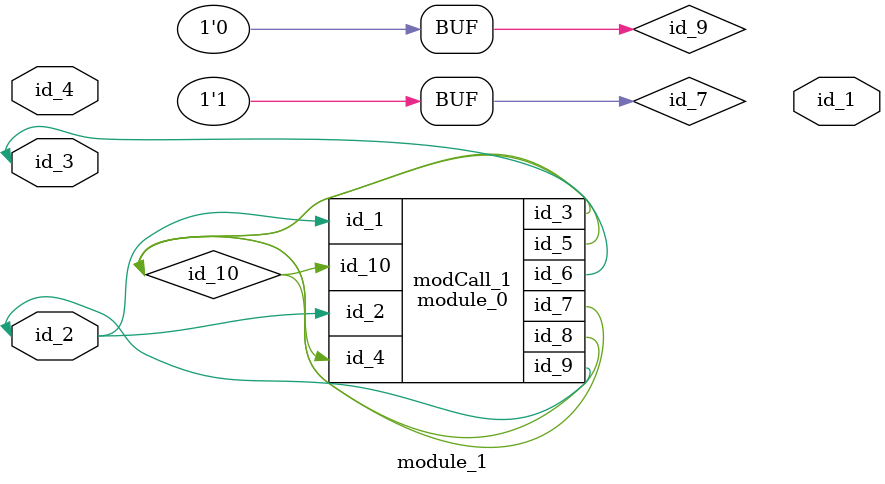
<source format=v>
module module_0 (
    id_1,
    id_2,
    id_3,
    id_4,
    id_5,
    id_6,
    id_7,
    id_8,
    id_9,
    id_10
);
  input wire id_10;
  inout wire id_9;
  inout wire id_8;
  output wire id_7;
  inout wire id_6;
  output wire id_5;
  input wire id_4;
  inout wire id_3;
  input wire id_2;
  input wire id_1;
  wire id_11, id_12, id_13;
  assign module_1.id_8 = 0;
endmodule
module module_1 (
    id_1,
    id_2,
    id_3,
    id_4
);
  input wire id_4;
  inout wire id_3;
  inout wire id_2;
  output wire id_1;
  reg id_5, id_6, id_7, id_8, id_9;
  always @* begin : LABEL_0
    id_7 = 1;
  end
  wire id_10;
  module_0 modCall_1 (
      id_2,
      id_2,
      id_10,
      id_10,
      id_10,
      id_3,
      id_10,
      id_10,
      id_2,
      id_10
  );
  always @(id_5) begin : LABEL_0
    id_9 <= 1'b0;
  end
endmodule

</source>
